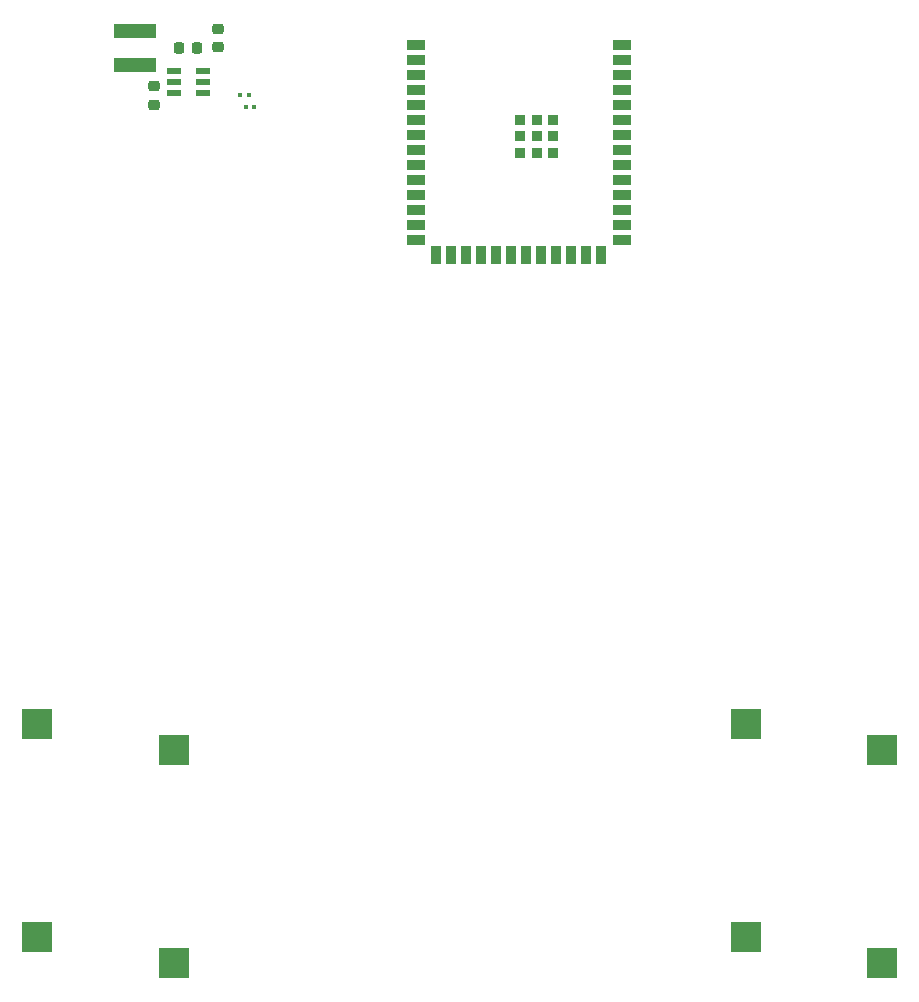
<source format=gbr>
%TF.GenerationSoftware,KiCad,Pcbnew,8.0.4*%
%TF.CreationDate,2025-03-05T20:00:23-07:00*%
%TF.ProjectId,PCB ESP32 S3 Wroom 1 n16r8,50434220-4553-4503-9332-205333205772,rev?*%
%TF.SameCoordinates,Original*%
%TF.FileFunction,Paste,Bot*%
%TF.FilePolarity,Positive*%
%FSLAX46Y46*%
G04 Gerber Fmt 4.6, Leading zero omitted, Abs format (unit mm)*
G04 Created by KiCad (PCBNEW 8.0.4) date 2025-03-05 20:00:23*
%MOMM*%
%LPD*%
G01*
G04 APERTURE LIST*
G04 Aperture macros list*
%AMRoundRect*
0 Rectangle with rounded corners*
0 $1 Rounding radius*
0 $2 $3 $4 $5 $6 $7 $8 $9 X,Y pos of 4 corners*
0 Add a 4 corners polygon primitive as box body*
4,1,4,$2,$3,$4,$5,$6,$7,$8,$9,$2,$3,0*
0 Add four circle primitives for the rounded corners*
1,1,$1+$1,$2,$3*
1,1,$1+$1,$4,$5*
1,1,$1+$1,$6,$7*
1,1,$1+$1,$8,$9*
0 Add four rect primitives between the rounded corners*
20,1,$1+$1,$2,$3,$4,$5,0*
20,1,$1+$1,$4,$5,$6,$7,0*
20,1,$1+$1,$6,$7,$8,$9,0*
20,1,$1+$1,$8,$9,$2,$3,0*%
G04 Aperture macros list end*
%ADD10RoundRect,0.225000X0.250000X-0.225000X0.250000X0.225000X-0.250000X0.225000X-0.250000X-0.225000X0*%
%ADD11RoundRect,0.225000X-0.225000X-0.250000X0.225000X-0.250000X0.225000X0.250000X-0.225000X0.250000X0*%
%ADD12RoundRect,0.067500X0.137500X0.067500X-0.137500X0.067500X-0.137500X-0.067500X0.137500X-0.067500X0*%
%ADD13RoundRect,0.067500X-0.137500X-0.067500X0.137500X-0.067500X0.137500X0.067500X-0.137500X0.067500X0*%
%ADD14R,2.600000X2.600000*%
%ADD15R,3.600000X1.150000*%
%ADD16R,1.500000X0.900000*%
%ADD17R,0.900000X1.500000*%
%ADD18R,0.900000X0.900000*%
%ADD19R,1.200000X0.600000*%
G04 APERTURE END LIST*
D10*
%TO.C,C3*%
X76000000Y-52455000D03*
X76000000Y-50905000D03*
%TD*%
%TO.C,C2*%
X70612000Y-57290000D03*
X70612000Y-55740000D03*
%TD*%
D11*
%TO.C,C1*%
X72725000Y-52500000D03*
X74275000Y-52500000D03*
%TD*%
D12*
%TO.C,R15*%
X78612500Y-56500000D03*
X77887500Y-56500000D03*
%TD*%
D13*
%TO.C,R14*%
X78387500Y-57500000D03*
X79112500Y-57500000D03*
%TD*%
D14*
%TO.C,SW1*%
X72275000Y-111950000D03*
X60725000Y-109750000D03*
%TD*%
%TO.C,SW2*%
X72275000Y-129950000D03*
X60725000Y-127750000D03*
%TD*%
%TO.C,SW5*%
X132275000Y-129950000D03*
X120725000Y-127750000D03*
%TD*%
%TO.C,SW3*%
X132275000Y-111950000D03*
X120725000Y-109750000D03*
%TD*%
D15*
%TO.C,L1*%
X69000000Y-51025000D03*
X69000000Y-53975000D03*
%TD*%
D16*
%TO.C,X1*%
X110250000Y-52240000D03*
X110250000Y-53510000D03*
X110250000Y-54780000D03*
X110250000Y-56050000D03*
X110250000Y-57320000D03*
X110250000Y-58590000D03*
X110250000Y-59860000D03*
X110250000Y-61130000D03*
X110250000Y-62400000D03*
X110250000Y-63670000D03*
X110250000Y-64940000D03*
X110250000Y-66210000D03*
X110250000Y-67480000D03*
X110250000Y-68750000D03*
D17*
X108485000Y-70000000D03*
X107215000Y-70000000D03*
X105945000Y-70000000D03*
X104675000Y-70000000D03*
X103405000Y-70000000D03*
X102135000Y-70000000D03*
X100865000Y-70000000D03*
X99595000Y-70000000D03*
X98325000Y-70000000D03*
X97055000Y-70000000D03*
X95785000Y-70000000D03*
X94515000Y-70000000D03*
D16*
X92750000Y-68750000D03*
X92750000Y-67480000D03*
X92750000Y-66210000D03*
X92750000Y-64940000D03*
X92750000Y-63670000D03*
X92750000Y-62400000D03*
X92750000Y-61130000D03*
X92750000Y-59860000D03*
X92750000Y-58590000D03*
X92750000Y-57320000D03*
X92750000Y-56050000D03*
X92750000Y-54780000D03*
X92750000Y-53510000D03*
X92750000Y-52240000D03*
D18*
X103000000Y-59960000D03*
X103000000Y-58560000D03*
X104400000Y-58560000D03*
X104400000Y-59960000D03*
X104400000Y-61360000D03*
X103000000Y-61360000D03*
X101600000Y-61360000D03*
X101600000Y-59960000D03*
X101600000Y-58560000D03*
%TD*%
D19*
%TO.C,U1*%
X74783000Y-54422000D03*
X74783000Y-55372000D03*
X74783000Y-56322000D03*
X72283000Y-56322000D03*
X72283000Y-55372000D03*
X72283000Y-54422000D03*
%TD*%
M02*

</source>
